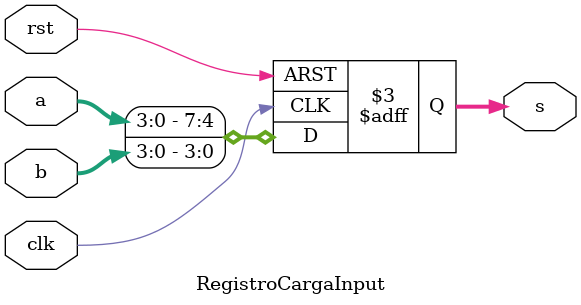
<source format=sv>
module RegistroCargaInput
#(parameter N = 4)
(
	input [N-1:0] a,
	input [N-1:0] b,
	input clk,
	input rst,
	output logic [(2*N)-1:0] s
);
	always_ff @ (negedge clk, negedge rst) begin
		if (!rst)
			s <= '0;
		else
			s <= {a,b};
	end
	
endmodule
</source>
